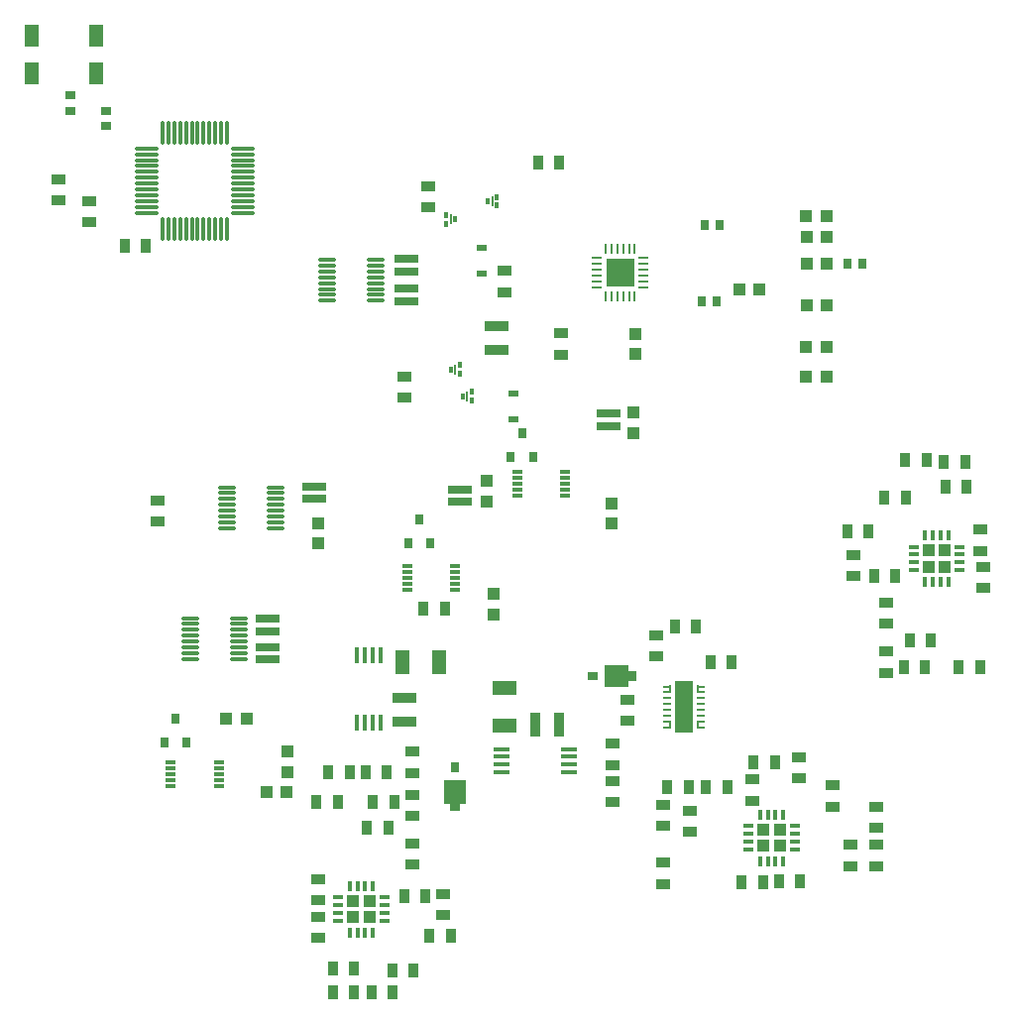
<source format=gtp>
%FSLAX44Y44*%
%MOMM*%
G71*
G01*
G75*
G04 Layer_Color=8421504*
%ADD10R,1.2192X0.8128*%
%ADD11R,0.6500X0.2500*%
%ADD12R,0.1900X0.7500*%
%ADD13R,1.6500X4.4000*%
%ADD14R,0.8128X1.2192*%
%ADD15R,0.3048X0.8128*%
%ADD16R,0.8128X0.3048*%
%ADD17R,0.6500X0.8500*%
%ADD18R,0.9500X0.6500*%
%ADD19R,2.0066X0.8128*%
%ADD20R,0.3556X1.4224*%
%ADD21R,1.2192X2.0066*%
%ADD22R,2.0066X1.2192*%
%ADD23R,1.0160X1.1176*%
%ADD24O,1.0000X0.2500*%
%ADD25O,0.2500X1.0000*%
%ADD26R,2.4500X2.4500*%
%ADD27R,0.8000X0.9000*%
%ADD28R,2.1000X0.7000*%
%ADD29R,0.7112X0.9144*%
%ADD30R,0.8890X0.3048*%
%ADD31R,0.2000X0.9100*%
%ADD32R,0.4500X0.5000*%
%ADD33R,0.8300X0.6300*%
%ADD34R,1.1176X1.0160*%
%ADD35O,1.6500X0.3000*%
%ADD36R,1.3000X1.9000*%
%ADD37R,0.9144X0.7112*%
%ADD38O,2.1000X0.3000*%
%ADD39O,0.3000X2.1000*%
%ADD40R,1.4224X0.3556*%
%ADD41R,0.8500X0.6500*%
%ADD42R,0.6500X0.9500*%
%ADD43R,0.8128X2.0066*%
%ADD44C,0.5080*%
%ADD45C,0.2540*%
%ADD46C,0.0000*%
%ADD47R,1.9500X2.0000*%
%ADD48R,0.6500X0.8500*%
%ADD49R,2.0000X1.9500*%
%ADD50R,1.2700X1.2700*%
%ADD51C,1.2700*%
%ADD52C,1.0160*%
%ADD53R,2.7178X2.7178*%
%ADD54R,1.0668X1.0670*%
%ADD55C,1.0670*%
%ADD56R,1.0670X1.0670*%
%ADD57R,2.7178X2.7178*%
%ADD58C,4.2000*%
%ADD59C,0.5000*%
%ADD60C,1.1540*%
%ADD61R,1.0670X1.0670*%
%ADD62C,1.5240*%
%ADD63C,0.9652*%
%ADD64C,0.4540*%
%ADD65C,1.0160*%
%ADD66C,2.0320*%
%ADD67C,1.7780*%
%ADD68C,1.8290*%
%ADD69C,5.2160*%
%ADD70C,1.5160*%
%ADD71C,1.9160*%
G04:AMPARAMS|DCode=72|XSize=2.424mm|YSize=2.424mm|CornerRadius=0mm|HoleSize=0mm|Usage=FLASHONLY|Rotation=0.000|XOffset=0mm|YOffset=0mm|HoleType=Round|Shape=Relief|Width=0.254mm|Gap=0.254mm|Entries=4|*
%AMTHD72*
7,0,0,2.4240,1.9160,0.2540,45*
%
%ADD72THD72*%
G04:AMPARAMS|DCode=73|XSize=2.286mm|YSize=2.286mm|CornerRadius=0mm|HoleSize=0mm|Usage=FLASHONLY|Rotation=0.000|XOffset=0mm|YOffset=0mm|HoleType=Round|Shape=Relief|Width=0.254mm|Gap=0.254mm|Entries=4|*
%AMTHD73*
7,0,0,2.2860,1.7780,0.2540,45*
%
%ADD73THD73*%
%ADD74C,2.6160*%
%ADD75C,1.7272*%
%ADD76C,1.2160*%
G04:AMPARAMS|DCode=77|XSize=2.2352mm|YSize=2.2352mm|CornerRadius=0mm|HoleSize=0mm|Usage=FLASHONLY|Rotation=0.000|XOffset=0mm|YOffset=0mm|HoleType=Round|Shape=Relief|Width=0.254mm|Gap=0.254mm|Entries=4|*
%AMTHD77*
7,0,0,2.2352,1.7272,0.2540,45*
%
%ADD77THD77*%
G04:AMPARAMS|DCode=78|XSize=2.337mm|YSize=2.337mm|CornerRadius=0mm|HoleSize=0mm|Usage=FLASHONLY|Rotation=0.000|XOffset=0mm|YOffset=0mm|HoleType=Round|Shape=Relief|Width=0.254mm|Gap=0.254mm|Entries=4|*
%AMTHD78*
7,0,0,2.3370,1.8290,0.2540,45*
%
%ADD78THD78*%
%ADD79O,1.1000X0.8000*%
%ADD80R,1.1000X0.8000*%
%ADD81R,2.4000X1.2000*%
%ADD82R,1.7000X0.3500*%
%ADD83R,1.1176X1.1000*%
%ADD84R,1.1000X1.1000*%
%ADD85R,1.1176X1.1176*%
%ADD86R,1.1000X1.1176*%
%ADD87R,1.1000X1.1176*%
%ADD88R,1.1000X1.1000*%
%ADD89R,1.1176X1.1000*%
%ADD90R,1.1176X1.1000*%
D10*
X1087120Y486520D02*
D03*
Y468376D02*
D03*
X1056640Y576690D02*
D03*
Y558546D02*
D03*
X1080770Y631300D02*
D03*
Y613156D02*
D03*
X1163320Y490110D02*
D03*
Y508254D02*
D03*
X1202690Y509160D02*
D03*
Y527304D02*
D03*
X1231900Y485030D02*
D03*
Y503174D02*
D03*
X1268730Y485250D02*
D03*
Y467106D02*
D03*
X1247140Y434230D02*
D03*
Y452374D02*
D03*
X1268730Y434230D02*
D03*
Y452374D02*
D03*
X1109980Y463440D02*
D03*
Y481584D02*
D03*
X1087120Y418990D02*
D03*
Y437134D02*
D03*
X872490Y495410D02*
D03*
Y477266D02*
D03*
Y435500D02*
D03*
Y453644D02*
D03*
X792480Y423020D02*
D03*
Y404876D02*
D03*
Y391270D02*
D03*
Y373126D02*
D03*
X899160Y392320D02*
D03*
Y410464D02*
D03*
X872490Y532096D02*
D03*
Y513952D02*
D03*
X1357630Y703470D02*
D03*
Y721614D02*
D03*
X1249680Y699880D02*
D03*
Y681736D02*
D03*
X1360170Y671720D02*
D03*
Y689864D02*
D03*
X1277620Y659240D02*
D03*
Y641096D02*
D03*
Y599330D02*
D03*
Y617474D02*
D03*
X570230Y1021190D02*
D03*
Y1003046D02*
D03*
X1043940Y488840D02*
D03*
Y506984D02*
D03*
Y520590D02*
D03*
Y538734D02*
D03*
X951350Y942570D02*
D03*
Y924426D02*
D03*
X999610Y871230D02*
D03*
Y889374D02*
D03*
X886460Y1014840D02*
D03*
Y996696D02*
D03*
X866140Y852280D02*
D03*
Y834136D02*
D03*
X655320Y746870D02*
D03*
Y728726D02*
D03*
X596900Y984140D02*
D03*
Y1002284D02*
D03*
D11*
X1119150Y587730D02*
D03*
Y582730D02*
D03*
Y577730D02*
D03*
Y572730D02*
D03*
Y567730D02*
D03*
Y562730D02*
D03*
Y557730D02*
D03*
Y552730D02*
D03*
X1090650D02*
D03*
Y557730D02*
D03*
Y562730D02*
D03*
Y567730D02*
D03*
Y572730D02*
D03*
Y577730D02*
D03*
Y582730D02*
D03*
Y587730D02*
D03*
D12*
X1116850Y585230D02*
D03*
Y555230D02*
D03*
X1092950D02*
D03*
Y585230D02*
D03*
D13*
X1104900Y570230D02*
D03*
D14*
X1097170Y638810D02*
D03*
X1115314D02*
D03*
X1145650Y608330D02*
D03*
X1127506D02*
D03*
X1090820Y501650D02*
D03*
X1108964D02*
D03*
X1141840D02*
D03*
X1123696D02*
D03*
X1182480Y523240D02*
D03*
X1164336D02*
D03*
X1186070Y421640D02*
D03*
X1204214D02*
D03*
X801260Y514350D02*
D03*
X819404D02*
D03*
X833010D02*
D03*
X851154D02*
D03*
X857360Y488950D02*
D03*
X839216D02*
D03*
X791100D02*
D03*
X809244D02*
D03*
X834280Y467360D02*
D03*
X852424D02*
D03*
X866030Y408940D02*
D03*
X884174D02*
D03*
X855870Y345440D02*
D03*
X874014D02*
D03*
X805070Y346710D02*
D03*
X823214D02*
D03*
X805070Y326390D02*
D03*
X823214D02*
D03*
X856090D02*
D03*
X837946D02*
D03*
X887620Y374650D02*
D03*
X905764D02*
D03*
X1294020Y781050D02*
D03*
X1312164D02*
D03*
X1344930Y779780D02*
D03*
X1326786D02*
D03*
X1346310Y758190D02*
D03*
X1328166D02*
D03*
X1294240Y749300D02*
D03*
X1276096D02*
D03*
X1262490Y720090D02*
D03*
X1244346D02*
D03*
X1285350Y681990D02*
D03*
X1267206D02*
D03*
X1315830Y627380D02*
D03*
X1297686D02*
D03*
X1292750Y604520D02*
D03*
X1310894D02*
D03*
X1357740D02*
D03*
X1339596D02*
D03*
X1154320Y420370D02*
D03*
X1172464D02*
D03*
X998450Y1035170D02*
D03*
X980306D02*
D03*
X900540Y654050D02*
D03*
X882396D02*
D03*
X645270Y963930D02*
D03*
X627126D02*
D03*
D15*
X1189580Y478282D02*
D03*
X1183080D02*
D03*
X1176528D02*
D03*
X1169924D02*
D03*
Y438720D02*
D03*
X1176528D02*
D03*
X1183080D02*
D03*
X1189580D02*
D03*
X839216Y417322D02*
D03*
X832612D02*
D03*
X826060D02*
D03*
X819560D02*
D03*
Y377760D02*
D03*
X826060D02*
D03*
X832612D02*
D03*
X839216D02*
D03*
X1310894Y677418D02*
D03*
X1317498D02*
D03*
X1324050D02*
D03*
X1330550D02*
D03*
Y716980D02*
D03*
X1324050D02*
D03*
X1317498D02*
D03*
X1310894D02*
D03*
D16*
X1160018Y468376D02*
D03*
Y461772D02*
D03*
Y455220D02*
D03*
Y448720D02*
D03*
X1199580D02*
D03*
Y455220D02*
D03*
Y461772D02*
D03*
Y468376D02*
D03*
X849122Y387760D02*
D03*
Y394260D02*
D03*
Y400812D02*
D03*
Y407416D02*
D03*
X809560D02*
D03*
Y400812D02*
D03*
Y394260D02*
D03*
Y387760D02*
D03*
X1300988Y706980D02*
D03*
Y700480D02*
D03*
Y693928D02*
D03*
Y687324D02*
D03*
X1340550D02*
D03*
Y693928D02*
D03*
Y700480D02*
D03*
Y706980D02*
D03*
D17*
X909320Y518550D02*
D03*
D18*
Y484750D02*
D03*
D19*
X866140Y557530D02*
D03*
Y577690D02*
D03*
X944880Y895350D02*
D03*
Y875190D02*
D03*
D20*
X832358Y614220D02*
D03*
X825754D02*
D03*
X838910D02*
D03*
X845410D02*
D03*
Y556514D02*
D03*
X838910D02*
D03*
X832358D02*
D03*
X825754D02*
D03*
D21*
X864110Y608330D02*
D03*
X896112D02*
D03*
D22*
X951230Y554230D02*
D03*
Y586232D02*
D03*
D23*
X942340Y666496D02*
D03*
Y649360D02*
D03*
X935990Y763016D02*
D03*
Y745880D02*
D03*
X1063110Y888866D02*
D03*
Y871730D02*
D03*
X765810Y514740D02*
D03*
Y531876D02*
D03*
X1061720Y804300D02*
D03*
Y821436D02*
D03*
X1042670Y726830D02*
D03*
Y743966D02*
D03*
X792480Y710184D02*
D03*
Y727320D02*
D03*
D24*
X1070410Y953690D02*
D03*
Y948690D02*
D03*
Y943690D02*
D03*
Y938690D02*
D03*
Y933690D02*
D03*
Y928690D02*
D03*
X1030410D02*
D03*
Y933690D02*
D03*
Y938690D02*
D03*
Y943690D02*
D03*
Y948690D02*
D03*
Y953690D02*
D03*
D25*
X1062910Y921190D02*
D03*
X1057910D02*
D03*
X1052910D02*
D03*
X1047910D02*
D03*
X1042910D02*
D03*
X1037910D02*
D03*
Y961190D02*
D03*
X1042910D02*
D03*
X1047910D02*
D03*
X1052910D02*
D03*
X1057910D02*
D03*
X1062910D02*
D03*
D26*
X1050410Y941190D02*
D03*
D27*
X966470Y803750D02*
D03*
X956970Y783750D02*
D03*
X975970D02*
D03*
X888340Y710090D02*
D03*
X869340D02*
D03*
X878840Y730090D02*
D03*
X670560Y559910D02*
D03*
X661060Y539910D02*
D03*
X680060D02*
D03*
D28*
X1040130Y810090D02*
D03*
Y820590D02*
D03*
X867410Y952670D02*
D03*
Y942170D02*
D03*
X749300Y621200D02*
D03*
Y610700D02*
D03*
X867410Y927270D02*
D03*
Y916770D02*
D03*
X749300Y645330D02*
D03*
Y634830D02*
D03*
X913130Y745320D02*
D03*
Y755820D02*
D03*
X788670Y758360D02*
D03*
Y747860D02*
D03*
D29*
X1122426Y981710D02*
D03*
X1135530D02*
D03*
X1244346Y948690D02*
D03*
X1257450D02*
D03*
X1119886Y916940D02*
D03*
X1132990D02*
D03*
D30*
X909447Y680720D02*
D03*
X868426D02*
D03*
X909447Y670720D02*
D03*
Y685800D02*
D03*
Y690880D02*
D03*
Y675720D02*
D03*
X868426Y690880D02*
D03*
Y670720D02*
D03*
Y675720D02*
D03*
Y685800D02*
D03*
X666496Y518160D02*
D03*
Y508080D02*
D03*
Y503080D02*
D03*
Y523240D02*
D03*
X707517Y508080D02*
D03*
Y523240D02*
D03*
Y518160D02*
D03*
Y503080D02*
D03*
X666496Y513080D02*
D03*
X707517D02*
D03*
X962406Y765810D02*
D03*
Y755730D02*
D03*
Y750730D02*
D03*
Y770890D02*
D03*
X1003427Y755730D02*
D03*
Y770890D02*
D03*
Y765810D02*
D03*
Y750730D02*
D03*
X962406Y760730D02*
D03*
X1003427D02*
D03*
D31*
X919480Y835660D02*
D03*
X941190Y1002150D02*
D03*
X909320Y858520D02*
D03*
X905510Y986790D02*
D03*
D32*
X923420Y831910D02*
D03*
Y839410D02*
D03*
X915650Y835660D02*
D03*
X945130Y998400D02*
D03*
Y1005900D02*
D03*
X937360Y1002150D02*
D03*
X913260Y854770D02*
D03*
Y862270D02*
D03*
X905490Y858520D02*
D03*
X901570Y990540D02*
D03*
Y983040D02*
D03*
X909340Y986790D02*
D03*
D33*
X958850Y837920D02*
D03*
Y815620D02*
D03*
X932180Y962380D02*
D03*
Y940080D02*
D03*
D34*
X1209294Y989330D02*
D03*
X1226430D02*
D03*
X1226686Y948810D02*
D03*
X1209550D02*
D03*
X1226686Y913250D02*
D03*
X1209550D02*
D03*
X1209414Y877690D02*
D03*
X1226550D02*
D03*
X1152144Y927100D02*
D03*
X1169280D02*
D03*
X1226686Y971670D02*
D03*
X1209550D02*
D03*
X1209414Y852290D02*
D03*
X1226550D02*
D03*
X748420Y497840D02*
D03*
X765556D02*
D03*
X714130Y560070D02*
D03*
X731266D02*
D03*
D35*
X724330Y646150D02*
D03*
Y641150D02*
D03*
Y636150D02*
D03*
Y631150D02*
D03*
Y626150D02*
D03*
Y621150D02*
D03*
Y616150D02*
D03*
Y611150D02*
D03*
X682830Y646150D02*
D03*
Y641150D02*
D03*
Y636150D02*
D03*
Y631150D02*
D03*
Y626150D02*
D03*
Y621150D02*
D03*
Y616150D02*
D03*
Y611150D02*
D03*
X841170Y952220D02*
D03*
Y947220D02*
D03*
Y942220D02*
D03*
Y937220D02*
D03*
Y932220D02*
D03*
Y927220D02*
D03*
Y922220D02*
D03*
Y917220D02*
D03*
X799670Y952220D02*
D03*
Y947220D02*
D03*
Y942220D02*
D03*
Y937220D02*
D03*
Y932220D02*
D03*
Y927220D02*
D03*
Y922220D02*
D03*
Y917220D02*
D03*
X756080Y757910D02*
D03*
Y752910D02*
D03*
Y747910D02*
D03*
Y742910D02*
D03*
Y737910D02*
D03*
Y732910D02*
D03*
Y727910D02*
D03*
Y722910D02*
D03*
X714580Y757910D02*
D03*
Y752910D02*
D03*
Y747910D02*
D03*
Y742910D02*
D03*
Y737910D02*
D03*
Y732910D02*
D03*
Y727910D02*
D03*
Y722910D02*
D03*
D36*
X547810Y1143760D02*
D03*
X602810D02*
D03*
X547810Y1111760D02*
D03*
X602810D02*
D03*
D37*
X610870Y1079650D02*
D03*
Y1066546D02*
D03*
X580390Y1079350D02*
D03*
Y1092454D02*
D03*
D38*
X646070Y1047310D02*
D03*
Y1042310D02*
D03*
Y1037310D02*
D03*
Y1032310D02*
D03*
Y1027310D02*
D03*
Y1022310D02*
D03*
Y1017310D02*
D03*
Y1012310D02*
D03*
Y1007310D02*
D03*
Y1002310D02*
D03*
Y997310D02*
D03*
Y992310D02*
D03*
X728070D02*
D03*
Y997310D02*
D03*
Y1002310D02*
D03*
Y1007310D02*
D03*
Y1012310D02*
D03*
Y1017310D02*
D03*
Y1022310D02*
D03*
Y1027310D02*
D03*
Y1032310D02*
D03*
Y1037310D02*
D03*
Y1042310D02*
D03*
Y1047310D02*
D03*
D39*
X659570Y978810D02*
D03*
X664570D02*
D03*
X669570D02*
D03*
X674570D02*
D03*
X679570D02*
D03*
X684570D02*
D03*
X689570D02*
D03*
X694570D02*
D03*
X699570D02*
D03*
X704570D02*
D03*
X709570D02*
D03*
X714570D02*
D03*
Y1060810D02*
D03*
X709570D02*
D03*
X704570D02*
D03*
X699570D02*
D03*
X694570D02*
D03*
X689570D02*
D03*
X684570D02*
D03*
X679570D02*
D03*
X674570D02*
D03*
X669570D02*
D03*
X664570D02*
D03*
X659570D02*
D03*
D40*
X949150Y521208D02*
D03*
Y514604D02*
D03*
Y527760D02*
D03*
Y534260D02*
D03*
X1006856D02*
D03*
Y527760D02*
D03*
Y521208D02*
D03*
Y514604D02*
D03*
D41*
X1027040Y596900D02*
D03*
D42*
X1060840D02*
D03*
D43*
X998220Y554990D02*
D03*
X978060D02*
D03*
D47*
X909315Y497995D02*
D03*
D49*
X1047590Y596894D02*
D03*
D83*
X1172718Y451470D02*
D03*
D84*
X1186830Y451470D02*
D03*
D85*
X1172718Y465582D02*
D03*
X836422Y404622D02*
D03*
X1313688Y690118D02*
D03*
D86*
X1186830Y465582D02*
D03*
D87*
X822310Y404622D02*
D03*
X1327800Y690118D02*
D03*
D88*
X822310Y390510D02*
D03*
X1327800Y704230D02*
D03*
D89*
X836422Y390510D02*
D03*
D90*
X1313688Y704230D02*
D03*
M02*

</source>
